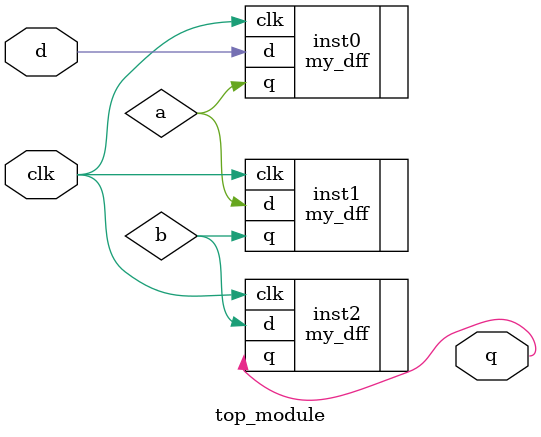
<source format=v>
module top_module ( input clk, input d, output q );
    
    wire a, b;
    
    my_dff inst0(.q(a), .clk(clk), .d(d));
    
    my_dff inst1(.q(b), .clk(clk), .d(a));

    my_dff inst2(.q(q), .clk(clk), .d(b));
    
endmodule

</source>
